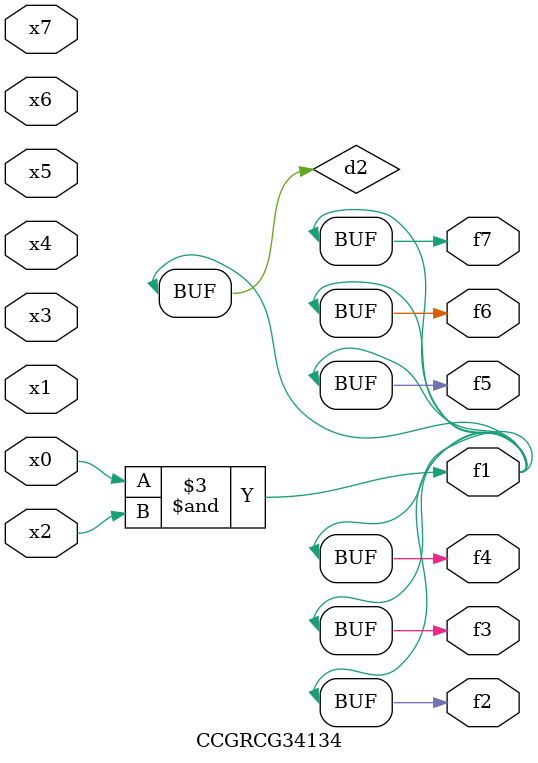
<source format=v>
module CCGRCG34134(
	input x0, x1, x2, x3, x4, x5, x6, x7,
	output f1, f2, f3, f4, f5, f6, f7
);

	wire d1, d2;

	nor (d1, x3, x6);
	and (d2, x0, x2);
	assign f1 = d2;
	assign f2 = d2;
	assign f3 = d2;
	assign f4 = d2;
	assign f5 = d2;
	assign f6 = d2;
	assign f7 = d2;
endmodule

</source>
